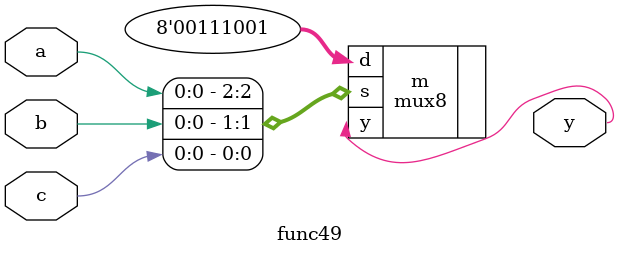
<source format=sv>
module func49 (
    input  logic a,
    b,
    c,
    output logic y
);

  mux8 m (
      .s({a, b, c}),
      .d(8'b00111001),
      .y(y)
  );
endmodule

</source>
